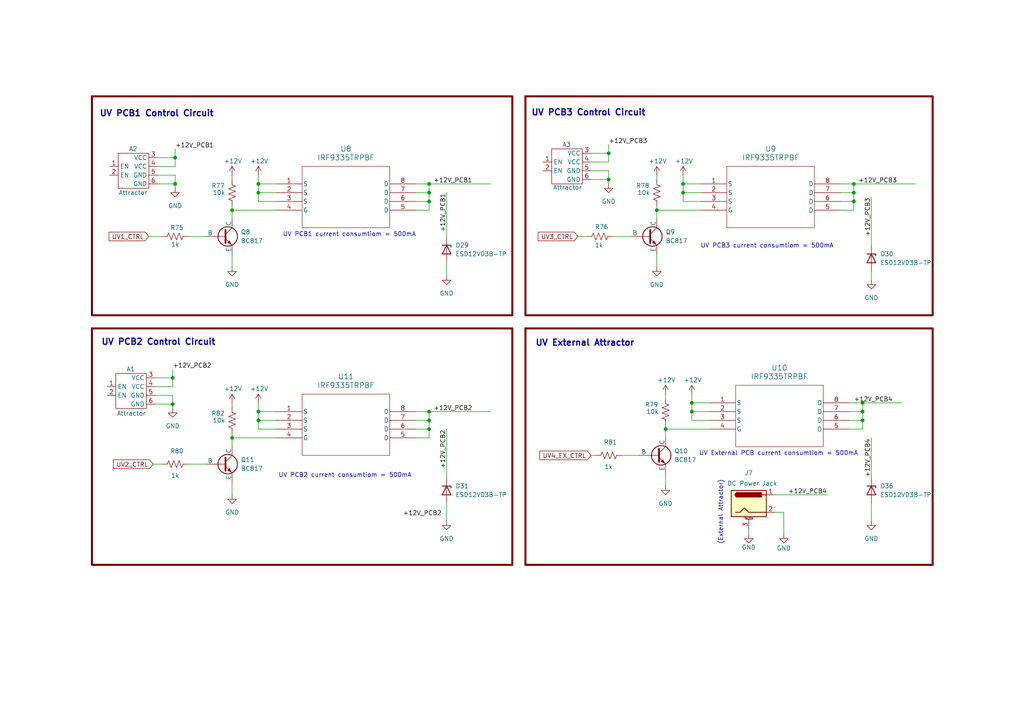
<source format=kicad_sch>
(kicad_sch (version 20250114) (generator "eeschema") (generator_version "9.0")
  (paper "A4")
  (lib_symbols
    (symbol "2025-05-03_11-59-41:IRF9335TRPBF" (pin_names (offset 0.254))
      (property "Reference" "U" (at 20.32 10.16 0))
      (property "Value" "IRF9335TRPBF" (at 20.32 7.62 0))
      (symbol "IRF9335TRPBF_0_1"
        (polyline (pts (xy 7.62 5.08) (xy 7.62 -12.7)) (stroke (width 0.127)))
        (polyline (pts (xy 7.62 -12.7) (xy 33.02 -12.7)) (stroke (width 0.127)))
        (polyline (pts (xy 33.02 5.08) (xy 7.62 5.08)) (stroke (width 0.127)))
        (polyline (pts (xy 33.02 -12.7) (xy 33.02 5.08)) (stroke (width 0.127)))
        (pin unspecified line (at 0 0 0) (length 7.62) (name "S") (number "1"))
        (pin unspecified line (at 0 -2.54 0) (length 7.62) (name "S") (number "2"))
        (pin unspecified line (at 0 -5.08 0) (length 7.62) (name "S") (number "3"))
        (pin unspecified line (at 0 -7.62 0) (length 7.62) (name "G") (number "4"))
        (pin unspecified line (at 40.64 0 180) (length 7.62) (name "D") (number "8"))
        (pin unspecified line (at 40.64 -2.54 180) (length 7.62) (name "D") (number "7"))
        (pin unspecified line (at 40.64 -5.08 180) (length 7.62) (name "D") (number "6"))
        (pin unspecified line (at 40.64 -7.62 180) (length 7.62) (name "D") (number "5"))
      )
    )
    (symbol "BC817:BC817_NPN_BJT" (pin_numbers (hide yes)) (pin_names (offset 0))
      (property "Reference" "Q" (at -2.54 7.62 0))
      (property "Value" "BC817_NPN_BJT" (at -2.54 5.08 0))
      (symbol "BC817_NPN_BJT_0_1"
        (polyline (pts (xy -2.54 0) (xy 0.635 0)) (stroke (width 0.1524)))
        (polyline (pts (xy 0.635 1.905) (xy 0.635 -1.905) (xy 0.635 -1.905)) (stroke (width 0.508)))
        (polyline (pts (xy 0.635 0.635) (xy 2.54 2.54)))
        (polyline (pts (xy 0.635 -0.635) (xy 2.54 -2.54) (xy 2.54 -2.54)))
        (circle (center 1.27 0) (radius 2.8194) (stroke (width 0.254)))
        (polyline (pts (xy 1.27 -1.778) (xy 1.778 -1.27) (xy 2.286 -2.286) (xy 1.27 -1.778) (xy 1.27 -1.778)) (fill (type outline)))
        (polyline (pts (xy 2.794 -1.27) (xy 2.794 -1.27)) (stroke (width 0.1524)))
        (polyline (pts (xy 2.794 -1.27) (xy 2.794 -1.27)) (stroke (width 0.1524)))
      )
      (symbol "BC817_NPN_BJT_1_1"
        (pin input line (at -5.08 0 0) (length 2.54) (name "B") (number "1"))
        (pin open_collector line (at 2.54 5.08 270) (length 2.54) (name "C") (number "3"))
        (pin open_emitter line (at 2.54 -5.08 90) (length 2.54) (name "E") (number "2"))
      )
    )
    (symbol "Connector:Barrel_Jack_MountingPin" (pin_names (hide yes))
      (property "Reference" "J8" (at 0 8.89 0))
      (property "Value" "DC Power Jack" (at 0 6.35 0))
      (symbol "Barrel_Jack_MountingPin_0_1"
        (rectangle (start -5.08 3.81) (end 5.08 -3.81) (stroke (width 0.254)) (fill (type background)))
        (polyline (pts (xy -3.81 -2.54) (xy -2.54 -2.54) (xy -1.27 -1.27) (xy 0 -2.54) (xy 2.54 -2.54) (xy 5.08 -2.54)) (stroke (width 0.254)))
        (arc (start -3.302 1.905) (mid -3.9343 2.54) (end -3.302 3.175) (stroke (width 0.254)))
        (arc (start -3.302 1.905) (mid -3.9343 2.54) (end -3.302 3.175) (stroke (width 0.254)) (fill (type outline)))
        (rectangle (start 3.683 3.175) (end -3.302 1.905) (stroke (width 0.254)) (fill (type outline)))
        (polyline (pts (xy 5.08 2.54) (xy 3.81 2.54)) (stroke (width 0.254)))
      )
      (symbol "Barrel_Jack_MountingPin_1_1"
        (polyline (pts (xy -1.016 -4.572) (xy 1.016 -4.572)) (stroke (width 0.1524)))
        (text "Mounting" (at 0 -4.191 0) (effects (font (size 0.381 0.381))))
        (pin passive line (at 0 -7.62 90) (length 3.048) (name "MountPin") (number "3"))
        (pin passive line (at 7.62 2.54 180) (length 2.54) (name "~") (number "1"))
        (pin passive line (at 7.62 -2.54 180) (length 2.54) (name "~") (number "2"))
      )
    )
    (symbol "Device:R_US" (pin_numbers (hide yes)) (pin_names (offset 0))
      (property "Reference" "R" (at 2.54 0 90))
      (property "Value" "R_US" (at -2.54 0 90))
      (symbol "R_US_0_1"
        (polyline (pts (xy 0 2.286) (xy 0 2.54)))
        (polyline (pts (xy 0 2.286) (xy 1.016 1.905) (xy 0 1.524) (xy -1.016 1.143) (xy 0 0.762)))
        (polyline (pts (xy 0 0.762) (xy 1.016 0.381) (xy 0 0) (xy -1.016 -0.381) (xy 0 -0.762)))
        (polyline (pts (xy 0 -0.762) (xy 1.016 -1.143) (xy 0 -1.524) (xy -1.016 -1.905) (xy 0 -2.286)))
        (polyline (pts (xy 0 -2.286) (xy 0 -2.54)))
      )
      (symbol "R_US_1_1"
        (pin passive line (at 0 3.81 270) (length 1.27) (name "~") (number "1"))
        (pin passive line (at 0 -3.81 90) (length 1.27) (name "~") (number "2"))
      )
    )
    (symbol "Diode:ESD5Zxx" (pin_numbers (hide yes)) (pin_names (hide yes))
      (property "Reference" "D" (at 0 2.54 0))
      (property "Value" "ESD5Zxx" (at 0 -2.54 0))
      (symbol "ESD5Zxx_0_1"
        (polyline (pts (xy -1.27 -1.27) (xy -1.27 1.27) (xy -0.762 1.27)) (stroke (width 0.254)))
        (polyline (pts (xy 1.27 0) (xy -1.27 0)))
        (polyline (pts (xy 1.27 -1.27) (xy 1.27 1.27) (xy -1.27 0) (xy 1.27 -1.27)) (stroke (width 0.254)))
      )
      (symbol "ESD5Zxx_1_1"
        (pin passive line (at -3.81 0 0) (length 2.54) (name "K") (number "1"))
        (pin passive line (at 3.81 0 180) (length 2.54) (name "A") (number "2"))
      )
    )
    (symbol "attractor:Attractor_Module"
      (property "Reference" "A" (at 0.508 1.016 0))
      (symbol "Attractor_Module_0_1"
        (rectangle (start -3.81 0) (end 5.08 -10.16))
        (rectangle (start 0 0) (end 0 0))
      )
      (symbol "Attractor_Module_1_1"
        (pin input line (at -6.35 -3.81 0) (length 2.54) (name "EN") (number "1"))
        (pin input line (at -6.35 -6.35 0) (length 2.54) (name "EN") (number "2"))
        (pin input line (at 7.62 -1.27 180) (length 2.54) (name "VCC") (number "3"))
        (pin input line (at 7.62 -3.81 180) (length 2.54) (name "VCC") (number "4"))
        (pin input line (at 7.62 -6.35 180) (length 2.54) (name "GND") (number "5"))
        (pin input line (at 7.62 -8.89 180) (length 2.54) (name "GND") (number "6"))
      )
    )
    (symbol "power:+12V" (power) (pin_numbers (hide yes)) (pin_names (offset 0) (hide yes))
      (property "Value" "+12V" (at 0 3.556 0))
      (symbol "+12V_0_1"
        (polyline (pts (xy -0.762 1.27) (xy 0 2.54)))
        (polyline (pts (xy 0 2.54) (xy 0.762 1.27)))
        (polyline (pts (xy 0 0) (xy 0 2.54)))
      )
      (symbol "+12V_1_1"
        (pin power_in line (at 0 0 90) (length 0) (name "~") (number "1"))
      )
    )
    (symbol "power:GND" (power) (pin_numbers (hide yes)) (pin_names (offset 0) (hide yes))
      (property "Value" "GND" (at 0 -3.81 0))
      (symbol "GND_0_1"
        (polyline (pts (xy 0 0) (xy 0 -1.27) (xy 1.27 -1.27) (xy 0 -2.54) (xy -1.27 -1.27) (xy 0 -1.27)))
      )
      (symbol "GND_1_1"
        (pin power_in line (at 0 0 270) (length 0) (name "~") (number "1"))
      )
    )
  )
  (rectangle (start 26.67 27.94) (end 148.59 91.44) (stroke (width 0.5842) (color 110 0 0 1)))
  (rectangle (start 152.4 27.94) (end 270.51 91.44) (stroke (width 0.5842) (color 110 0 0 1)))
  (rectangle (start 152.4 95.25) (end 270.51 163.83) (stroke (width 0.5842) (color 110 0 0 1)))
  (rectangle (start 26.67 95.25) (end 148.59 163.83) (stroke (width 0.5842) (color 110 0 0 1)))
  (text "UV External Attractor" (at 169.672 99.568 0) (effects (font (size 1.778 1.778) (thickness 0.3556) (bold yes))))
  (text "(External Attractor)" (at 209.042 148.59 90) (effects (font (size 1.27 1.27))))
  (text "UV PCB1 Control Circuit" (at 45.466 33.02 0) (effects (font (size 1.778 1.778) (thickness 0.3556) (bold yes))))
  (text "UV PCB3 Control Circuit" (at 170.688 32.766 0) (effects (font (size 1.778 1.778) (thickness 0.3556) (bold yes))))
  (text "UV PCB1 current consumtiom = 500mA" (at 101.346 68.072 0) (effects (font (size 1.27 1.27))))
  (text "UV PCB2 current consumtiom = 500mA" (at 100.076 137.922 0) (effects (font (size 1.27 1.27))))
  (text "UV PCB3 current consumtiom = 500mA" (at 222.504 71.374 0) (effects (font (size 1.27 1.27))))
  (text "UV PCB2 Control Circuit" (at 45.974 99.314 0) (effects (font (size 1.778 1.778) (thickness 0.3556) (bold yes))))
  (text "UV External PCB current consumtiom = 500mA" (at 225.806 131.572 0) (effects (font (size 1.27 1.27))))
  (junction (at 250.19 121.92))
  (junction (at 124.46 55.88))
  (junction (at 50.0835 109.5921))
  (junction (at 176.53 52.07))
  (junction (at 190.5 60.96))
  (junction (at 247.65 53.34))
  (junction (at 247.65 58.42))
  (junction (at 74.93 55.88))
  (junction (at 124.46 119.38))
  (junction (at 176.53 44.45))
  (junction (at 193.04 124.46))
  (junction (at 198.12 53.34))
  (junction (at 74.93 53.34))
  (junction (at 124.46 53.34))
  (junction (at 250.19 119.38))
  (junction (at 67.31 60.96))
  (junction (at 74.93 119.38))
  (junction (at 250.19 116.84))
  (junction (at 247.65 55.88))
  (junction (at 124.46 121.92))
  (junction (at 50.8 53.34))
  (junction (at 67.31 127))
  (junction (at 200.66 119.38))
  (junction (at 74.93 121.92))
  (junction (at 50.0835 117.2121))
  (junction (at 200.66 116.84))
  (junction (at 124.46 58.42))
  (junction (at 198.12 55.88))
  (junction (at 124.46 124.46))
  (junction (at 50.8 45.72))
  (wire (pts (xy 190.5 60.96) (xy 190.5 59.69)))
  (wire (pts (xy 67.31 60.96) (xy 67.31 63.5)))
  (wire (pts (xy 50.0835 117.2121) (xy 50.0835 114.6721)))
  (wire (pts (xy 243.84 58.42) (xy 247.65 58.42)))
  (wire (pts (xy 193.04 137.16) (xy 193.04 140.97)))
  (wire (pts (xy 67.31 60.96) (xy 67.31 59.69)))
  (wire (pts (xy 80.01 124.46) (xy 74.93 124.46)))
  (wire (pts (xy 203.2 53.34) (xy 198.12 53.34)))
  (wire (pts (xy 205.74 124.46) (xy 193.04 124.46)))
  (wire (pts (xy 190.5 50.8) (xy 190.5 52.07)))
  (wire (pts (xy 43.18 68.58) (xy 46.99 68.58)))
  (wire (pts (xy 50.0835 107.0521) (xy 50.0835 109.5921)))
  (wire (pts (xy 50.0835 118.4821) (xy 50.0835 117.2121)))
  (wire (pts (xy 224.79 148.59) (xy 227.33 148.59)))
  (wire (pts (xy 67.31 116.84) (xy 67.31 118.11)))
  (wire (pts (xy 224.79 143.51) (xy 240.03 143.51)))
  (wire (pts (xy 124.46 55.88) (xy 124.46 53.34)))
  (wire (pts (xy 243.84 60.96) (xy 247.65 60.96)))
  (wire (pts (xy 246.38 116.84) (xy 250.19 116.84)))
  (wire (pts (xy 193.04 124.46) (xy 193.04 127)))
  (wire (pts (xy 247.65 58.42) (xy 247.65 55.88)))
  (wire (pts (xy 74.93 121.92) (xy 74.93 119.38)))
  (wire (pts (xy 205.74 116.84) (xy 200.66 116.84)))
  (wire (pts (xy 243.84 55.88) (xy 247.65 55.88)))
  (wire (pts (xy 124.46 127) (xy 124.46 124.46)))
  (wire (pts (xy 203.2 60.96) (xy 190.5 60.96)))
  (wire (pts (xy 45.0035 109.5921) (xy 50.0835 109.5921)))
  (wire (pts (xy 45.0035 117.2121) (xy 50.0835 117.2121)))
  (wire (pts (xy 176.53 52.07) (xy 176.53 49.53)))
  (wire (pts (xy 176.53 41.91) (xy 176.53 44.45)))
  (wire (pts (xy 180.34 132.08) (xy 185.42 132.08)))
  (wire (pts (xy 556.26 54.61) (xy 556.26 46.99)))
  (wire (pts (xy 252.73 127) (xy 252.73 138.43)))
  (wire (pts (xy 80.01 121.92) (xy 74.93 121.92)))
  (wire (pts (xy 129.54 68.58) (xy 129.54 55.88)))
  (wire (pts (xy 50.8 54.61) (xy 50.8 53.34)))
  (wire (pts (xy 227.33 154.94) (xy 227.33 148.59)))
  (wire (pts (xy 252.73 57.15) (xy 252.73 71.12)))
  (wire (pts (xy 50.0835 112.1321) (xy 50.0835 109.5921)))
  (wire (pts (xy 45.72 53.34) (xy 50.8 53.34)))
  (wire (pts (xy 67.31 139.7) (xy 67.31 143.51)))
  (wire (pts (xy 120.65 119.38) (xy 124.46 119.38)))
  (wire (pts (xy 80.01 119.38) (xy 74.93 119.38)))
  (wire (pts (xy 203.2 58.42) (xy 198.12 58.42)))
  (wire (pts (xy 120.65 55.88) (xy 124.46 55.88)))
  (wire (pts (xy 80.01 60.96) (xy 67.31 60.96)))
  (wire (pts (xy 171.45 44.45) (xy 176.53 44.45)))
  (wire (pts (xy 80.01 58.42) (xy 74.93 58.42)))
  (wire (pts (xy 45.72 45.72) (xy 50.8 45.72)))
  (wire (pts (xy 44.45 134.62) (xy 46.99 134.62)))
  (wire (pts (xy 203.2 55.88) (xy 198.12 55.88)))
  (wire (pts (xy 74.93 58.42) (xy 74.93 55.88)))
  (wire (pts (xy 247.65 53.34) (xy 265.43 53.34)))
  (wire (pts (xy 177.8 68.58) (xy 182.88 68.58)))
  (wire (pts (xy 74.93 55.88) (xy 74.93 53.34)))
  (wire (pts (xy 50.8 43.18) (xy 50.8 45.72)))
  (wire (pts (xy 246.38 121.92) (xy 250.19 121.92)))
  (wire (pts (xy 252.73 78.74) (xy 252.73 81.28)))
  (wire (pts (xy 50.8 50.8) (xy 45.72 50.8)))
  (wire (pts (xy 120.65 58.42) (xy 124.46 58.42)))
  (wire (pts (xy 190.5 73.66) (xy 190.5 77.47)))
  (wire (pts (xy 74.93 124.46) (xy 74.93 121.92)))
  (wire (pts (xy 124.46 119.38) (xy 142.24 119.38)))
  (wire (pts (xy 120.65 124.46) (xy 124.46 124.46)))
  (wire (pts (xy 124.46 124.46) (xy 124.46 121.92)))
  (wire (pts (xy 200.66 121.92) (xy 200.66 119.38)))
  (wire (pts (xy 176.53 53.34) (xy 176.53 52.07)))
  (wire (pts (xy 200.66 119.38) (xy 200.66 116.84)))
  (wire (pts (xy 198.12 53.34) (xy 198.12 50.8)))
  (wire (pts (xy 54.61 68.58) (xy 59.69 68.58)))
  (wire (pts (xy 50.0835 114.6721) (xy 45.0035 114.6721)))
  (wire (pts (xy 67.31 50.8) (xy 67.31 52.07)))
  (wire (pts (xy 120.65 121.92) (xy 124.46 121.92)))
  (wire (pts (xy 74.93 53.34) (xy 74.93 50.8)))
  (wire (pts (xy 200.66 116.84) (xy 200.66 114.3)))
  (wire (pts (xy 171.45 52.07) (xy 176.53 52.07)))
  (wire (pts (xy 67.31 127) (xy 67.31 129.54)))
  (wire (pts (xy 50.8 53.34) (xy 50.8 50.8)))
  (wire (pts (xy 250.19 119.38) (xy 250.19 116.84)))
  (wire (pts (xy 246.38 119.38) (xy 250.19 119.38)))
  (wire (pts (xy 67.31 127) (xy 67.31 125.73)))
  (wire (pts (xy 129.54 76.2) (xy 129.54 80.01)))
  (wire (pts (xy 243.84 53.34) (xy 247.65 53.34)))
  (wire (pts (xy 205.74 119.38) (xy 200.66 119.38)))
  (wire (pts (xy 80.01 53.34) (xy 74.93 53.34)))
  (wire (pts (xy 198.12 58.42) (xy 198.12 55.88)))
  (wire (pts (xy 129.54 124.46) (xy 129.54 138.43)))
  (wire (pts (xy 252.73 146.05) (xy 252.73 151.13)))
  (wire (pts (xy 120.65 127) (xy 124.46 127)))
  (wire (pts (xy 50.8 48.26) (xy 50.8 45.72)))
  (wire (pts (xy 74.93 119.38) (xy 74.93 116.84)))
  (wire (pts (xy 176.53 46.99) (xy 176.53 44.45)))
  (wire (pts (xy 246.38 124.46) (xy 250.19 124.46)))
  (wire (pts (xy 124.46 60.96) (xy 124.46 58.42)))
  (wire (pts (xy 217.17 154.94) (xy 217.17 153.67)))
  (wire (pts (xy 80.01 55.88) (xy 74.93 55.88)))
  (wire (pts (xy 193.04 114.3) (xy 193.04 115.57)))
  (wire (pts (xy 193.04 124.46) (xy 193.04 123.19)))
  (wire (pts (xy 54.61 134.62) (xy 59.69 134.62)))
  (wire (pts (xy 247.65 60.96) (xy 247.65 58.42)))
  (wire (pts (xy 124.46 121.92) (xy 124.46 119.38)))
  (wire (pts (xy 198.12 55.88) (xy 198.12 53.34)))
  (wire (pts (xy 250.19 124.46) (xy 250.19 121.92)))
  (wire (pts (xy 205.74 121.92) (xy 200.66 121.92)))
  (wire (pts (xy 176.53 49.53) (xy 171.45 49.53)))
  (wire (pts (xy 250.19 121.92) (xy 250.19 119.38)))
  (wire (pts (xy 167.64 68.58) (xy 170.18 68.58)))
  (wire (pts (xy 67.31 73.66) (xy 67.31 77.47)))
  (wire (pts (xy 190.5 60.96) (xy 190.5 63.5)))
  (wire (pts (xy 45.0035 112.1321) (xy 50.0835 112.1321)))
  (wire (pts (xy 124.46 58.42) (xy 124.46 55.88)))
  (wire (pts (xy 45.72 48.26) (xy 50.8 48.26)))
  (wire (pts (xy 120.65 53.34) (xy 124.46 53.34)))
  (wire (pts (xy 247.65 55.88) (xy 247.65 53.34)))
  (wire (pts (xy 129.54 146.05) (xy 129.54 151.13)))
  (wire (pts (xy 80.01 127) (xy 67.31 127)))
  (wire (pts (xy 120.65 60.96) (xy 124.46 60.96)))
  (wire (pts (xy 171.45 132.08) (xy 172.72 132.08)))
  (wire (pts (xy 124.46 53.34) (xy 142.24 53.34)))
  (wire (pts (xy 171.45 46.99) (xy 176.53 46.99)))
  (wire (pts (xy 250.19 116.84) (xy 261.62 116.84)))
  (label "+12V_PCB2" (at 129.54 135.89 90))
  (label "+12V_PCB4" (at 228.6 143.51 0))
  (label "+12V_PCB4" (at 247.65 116.84 0))
  (label "+12V_PCB1" (at 50.8 43.18 0))
  (label "+12V_PCB3" (at 248.92 53.34 0))
  (label "+12V_PCB2" (at 116.84 149.86 0))
  (label "+12V_PCB3" (at 176.53 41.91 0))
  (label "+12V_PCB4" (at 252.73 138.43 90))
  (label "+12V_PCB1" (at 129.54 67.31 90))
  (label "+12V_PCB2" (at 50.0835 107.0521 0))
  (label "+12V_PCB2" (at 125.73 119.38 0))
  (label "+12V_PCB3" (at 252.73 68.58 90))
  (label "+12V_PCB1" (at 125.73 53.34 0))
  (global_label "UV1_CTRL" (shape input) (at 43.18 68.58 180) (property "Intersheetrefs" "${INTERSHEET_REFS}" (effects (hide yes))))
  (global_label "UV4_EX_CTRL" (shape input) (at 171.45 132.08 180) (property "Intersheetrefs" "${INTERSHEET_REFS}" (effects (hide yes))))
  (global_label "UV2_CTRL" (shape input) (at 44.45 134.62 180) (property "Intersheetrefs" "${INTERSHEET_REFS}" (effects (hide yes))))
  (global_label "UV3_CTRL" (shape input) (at 167.64 68.58 180) (property "Intersheetrefs" "${INTERSHEET_REFS}" (effects (hide yes))))
  (symbol (lib_id "2025-05-03_11-59-41:IRF9335TRPBF") (at 203.2 53.34 0) (unit 1)
    (property "Reference" "U9" (at 223.52 43.18 0) (effects (font (size 1.524 1.524))))
    (property "Value" "IRF9335TRPBF" (at 223.52 45.72 0) (effects (font (size 1.524 1.524))))
    (property "Footprint" "Package_SO:SOIC-8_3.9x4.9mm_P1.27mm" (effects (hide yes)))
    (property "Datasheet" "IRF9335TRPBF" (effects (hide yes)))
    (property "Description" "P-Channel 30 V 5.4A (Ta) 2.5W (Ta) Surface Mount 8-SO" (effects (hide yes)))
    (property "LCSC Part no " "C41355033" (effects (hide yes)))
    (property "Digikey Part No" "IRF9335TRPBF" (effects (hide yes)))
  )
  (symbol (lib_id "power:GND") (at 129.54 80.01 0) (unit 1)
    (property "Reference" "#PWR084" (effects (hide yes)))
    (property "Value" "GND" (at 129.54 85.09 0))
    (property "Description" "Power symbol creates a global label with name \"GND\" , ground" (effects (hide yes)))
  )
  (symbol (lib_id "BC817:BC817_NPN_BJT") (at 64.77 68.58 0) (unit 1)
    (property "Reference" "Q8" (at 69.85 67.3099 0) (effects (justify left)))
    (property "Value" "BC817" (at 69.85 69.8499 0) (effects (justify left)))
    (property "Footprint" "Package_TO_SOT_SMD:SOT-23" (effects (hide yes)))
    (property "Datasheet" "https://ngspice.sourceforge.io/docs/ngspice-html-manual/manual.xhtml#cha_BJTs" (effects (hide yes)))
    (property "Description" "Bipolar transistor symbol for simulation only, substrate tied to the emitter" (effects (hide yes)))
    (property "Sim.Device" "NPN" (effects (hide yes)))
    (property "Sim.Type" "GUMMELPOON" (effects (hide yes)))
    (property "Sim.Pins" "1=C 2=B 3=E" (effects (hide yes)))
    (property "LCSC Part no " "C39828" (effects (hide yes)))
  )
  (symbol (lib_id "Device:R_US") (at 190.5 55.88 180) (unit 1)
    (property "Reference" "R78" (at 186.436 53.848 0))
    (property "Value" "10k" (at 186.69 55.88 0))
    (property "Footprint" "Resistor_SMD:R_0805_2012Metric" (effects (hide yes)))
    (property "Description" "125mW Thick Film Resistors 150V ±100ppm/℃ ±1% 10kΩ 0805 Chip Resistor - Surface Mount ROHS" (effects (hide yes)))
    (property "LCSC Part no " "C84376" (effects (hide yes)))
  )
  (symbol (lib_id "power:+12V") (at 200.66 114.3 0) (unit 1)
    (property "Reference" "#PWR075" (effects (hide yes)))
    (property "Value" "+12V" (at 200.914 110.236 0))
    (property "Description" "Power symbol creates a global label with name \"+12V\"" (effects (hide yes)))
  )
  (symbol (lib_id "power:+12V") (at 67.31 116.84 0) (unit 1)
    (property "Reference" "#PWR077" (effects (hide yes)))
    (property "Value" "+12V" (at 67.564 112.776 0))
    (property "Description" "Power symbol creates a global label with name \"+12V\"" (effects (hide yes)))
  )
  (symbol (lib_id "power:GND") (at 190.5 77.47 0) (unit 1)
    (property "Reference" "#PWR073" (effects (hide yes)))
    (property "Value" "GND" (at 190.5 82.55 0))
    (property "Description" "Power symbol creates a global label with name \"GND\" , ground" (effects (hide yes)))
  )
  (symbol (lib_id "power:GND") (at 252.73 81.28 0) (unit 1)
    (property "Reference" "#PWR086" (effects (hide yes)))
    (property "Value" "GND" (at 252.73 86.36 0))
    (property "Description" "Power symbol creates a global label with name \"GND\" , ground" (effects (hide yes)))
  )
  (symbol (lib_id "BC817:BC817_NPN_BJT") (at 64.77 134.62 0) (unit 1)
    (property "Reference" "Q11" (at 69.85 133.3499 0) (effects (justify left)))
    (property "Value" "BC817" (at 69.85 135.8899 0) (effects (justify left)))
    (property "Footprint" "Package_TO_SOT_SMD:SOT-23" (effects (hide yes)))
    (property "Datasheet" "https://ngspice.sourceforge.io/docs/ngspice-html-manual/manual.xhtml#cha_BJTs" (effects (hide yes)))
    (property "Description" "Bipolar transistor symbol for simulation only, substrate tied to the emitter" (effects (hide yes)))
    (property "Sim.Device" "NPN" (effects (hide yes)))
    (property "Sim.Type" "GUMMELPOON" (effects (hide yes)))
    (property "Sim.Pins" "1=C 2=B 3=E" (effects (hide yes)))
    (property "LCSC Part no " "C39828" (effects (hide yes)))
  )
  (symbol (lib_id "power:GND") (at 67.31 77.47 0) (unit 1)
    (property "Reference" "#PWR071" (effects (hide yes)))
    (property "Value" "GND" (at 67.31 82.55 0))
    (property "Description" "Power symbol creates a global label with name \"GND\" , ground" (effects (hide yes)))
  )
  (symbol (lib_id "Diode:ESD5Zxx") (at 129.54 142.24 270) (unit 1)
    (property "Reference" "D31" (at 132.08 140.9699 90) (effects (justify left)))
    (property "Value" "ESD12VD3B-TP" (at 132.08 143.5099 90) (effects (justify left)))
    (property "Footprint" "Diode_SMD:D_SOD-323" (effects (hide yes)))
    (property "Datasheet" "https://www.lcsc.com/datasheet/lcsc_datasheet_2410121813_MCC-Micro-Commercial-Components-ESD12VD3B-TP_C435886.pdf" (effects (hide yes)))
    (property "Description" "15.5V 350W 13.5V 12V SOD-323 ESD and Surge Protection (TVS/ESD) ROHS" (effects (hide yes)))
    (property "LCSC Part no " "C435886" (effects (hide yes)))
  )
  (symbol (lib_id "power:+12V") (at 198.12 50.8 0) (unit 1)
    (property "Reference" "#PWR085" (effects (hide yes)))
    (property "Value" "+12V" (at 198.374 46.736 0))
    (property "Description" "Power symbol creates a global label with name \"+12V\"" (effects (hide yes)))
  )
  (symbol (lib_id "power:+12V") (at 74.93 50.8 0) (unit 1)
    (property "Reference" "#PWR083" (effects (hide yes)))
    (property "Value" "+12V" (at 75.184 46.736 0))
    (property "Description" "Power symbol creates a global label with name \"+12V\"" (effects (hide yes)))
  )
  (symbol (lib_id "Device:R_US") (at 50.8 134.62 270) (unit 1)
    (property "Reference" "R80" (at 51.308 130.81 90))
    (property "Value" "1k" (at 50.8 137.922 90))
    (property "Footprint" "Resistor_SMD:R_0805_2012Metric" (effects (hide yes)))
    (property "Description" "125mW Thick Film Resistors 150V ±100ppm/℃ ±1% 1kΩ 0805 Chip Resistor - Surface Mount ROHS" (effects (hide yes)))
    (property "LCSC Part no " "C95781" (effects (hide yes)))
  )
  (symbol (lib_id "Device:R_US") (at 50.8 68.58 270) (unit 1)
    (property "Reference" "R75" (at 51.308 66.04 90))
    (property "Value" "1k" (at 50.8 70.866 90))
    (property "Footprint" "Resistor_SMD:R_0805_2012Metric" (effects (hide yes)))
    (property "Description" "125mW Thick Film Resistors 150V ±100ppm/℃ ±1% 1kΩ 0805 Chip Resistor - Surface Mount ROHS" (effects (hide yes)))
    (property "LCSC Part no " "C95781" (effects (hide yes)))
  )
  (symbol (lib_id "power:+12V") (at 190.5 50.8 0) (unit 1)
    (property "Reference" "#PWR072" (effects (hide yes)))
    (property "Value" "+12V" (at 190.754 46.736 0))
    (property "Description" "Power symbol creates a global label with name \"+12V\"" (effects (hide yes)))
  )
  (symbol (lib_id "attractor:Attractor_Module") (at 38.1 44.45 0) (unit 1)
    (property "Reference" "A2" (at 38.608 43.18 0))
    (property "Value" "Attractor" (at 38.608 55.88 0))
    (property "Footprint" "Attractor:attractor" (effects (hide yes)))
    (property "LCSC Part no " "C49661" (effects (hide yes)))
  )
  (symbol (lib_id "2025-05-03_11-59-41:IRF9335TRPBF") (at 205.74 116.84 0) (unit 1)
    (property "Reference" "U10" (at 226.06 106.68 0) (effects (font (size 1.524 1.524))))
    (property "Value" "IRF9335TRPBF" (at 226.06 109.22 0) (effects (font (size 1.524 1.524))))
    (property "Footprint" "Package_SO:SOIC-8_3.9x4.9mm_P1.27mm" (effects (hide yes)))
    (property "Datasheet" "IRF9335TRPBF" (effects (hide yes)))
    (property "Description" "P-Channel 30 V 5.4A (Ta) 2.5W (Ta) Surface Mount 8-SO" (effects (hide yes)))
    (property "LCSC Part no " "C41355033" (effects (hide yes)))
    (property "Digikey Part No" "IRF9335TRPBF" (effects (hide yes)))
  )
  (symbol (lib_id "power:GND") (at 217.17 154.94 0) (unit 1)
    (property "Reference" "#PWR0105" (effects (hide yes)))
    (property "Value" "GND" (at 217.17 158.75 0))
    (property "Description" "Power symbol creates a global label with name \"GND\" , ground" (effects (hide yes)))
  )
  (symbol (lib_id "power:GND") (at 129.54 151.13 0) (unit 1)
    (property "Reference" "#PWR081" (effects (hide yes)))
    (property "Value" "GND" (at 129.54 156.21 0))
    (property "Description" "Power symbol creates a global label with name \"GND\" , ground" (effects (hide yes)))
  )
  (symbol (lib_id "power:GND") (at 50.0835 118.4821 0) (unit 1)
    (property "Reference" "#PWR088" (effects (hide yes)))
    (property "Value" "GND" (at 50.0835 123.5621 0))
    (property "Description" "Power symbol creates a global label with name \"GND\" , ground" (effects (hide yes)))
  )
  (symbol (lib_id "Device:R_US") (at 176.53 132.08 270) (unit 1)
    (property "Reference" "R81" (at 177.038 128.27 90))
    (property "Value" "1k" (at 176.53 135.382 90))
    (property "Footprint" "Resistor_SMD:R_0805_2012Metric" (effects (hide yes)))
    (property "Description" "125mW Thick Film Resistors 150V ±100ppm/℃ ±1% 1kΩ 0805 Chip Resistor - Surface Mount ROHS" (effects (hide yes)))
    (property "LCSC Part no " "C95781" (effects (hide yes)))
  )
  (symbol (lib_id "power:GND") (at 50.8 54.61 0) (unit 1)
    (property "Reference" "#PWR076" (effects (hide yes)))
    (property "Value" "GND" (at 50.8 59.69 0))
    (property "Description" "Power symbol creates a global label with name \"GND\" , ground" (effects (hide yes)))
  )
  (symbol (lib_id "BC817:BC817_NPN_BJT") (at 187.96 68.58 0) (unit 1)
    (property "Reference" "Q9" (at 193.04 67.3099 0) (effects (justify left)))
    (property "Value" "BC817" (at 193.04 69.8499 0) (effects (justify left)))
    (property "Footprint" "Package_TO_SOT_SMD:SOT-23" (effects (hide yes)))
    (property "Datasheet" "https://ngspice.sourceforge.io/docs/ngspice-html-manual/manual.xhtml#cha_BJTs" (effects (hide yes)))
    (property "Description" "Bipolar transistor symbol for simulation only, substrate tied to the emitter" (effects (hide yes)))
    (property "Sim.Device" "NPN" (effects (hide yes)))
    (property "Sim.Type" "GUMMELPOON" (effects (hide yes)))
    (property "Sim.Pins" "1=C 2=B 3=E" (effects (hide yes)))
    (property "LCSC Part no " "C39828" (effects (hide yes)))
  )
  (symbol (lib_id "Device:R_US") (at 67.31 121.92 180) (unit 1)
    (property "Reference" "R82" (at 63.246 119.888 0))
    (property "Value" "10k" (at 63.5 121.92 0))
    (property "Footprint" "Resistor_SMD:R_0805_2012Metric" (effects (hide yes)))
    (property "Description" "125mW Thick Film Resistors 150V ±100ppm/℃ ±1% 10kΩ 0805 Chip Resistor - Surface Mount ROHS" (effects (hide yes)))
    (property "LCSC Part no " "C84376" (effects (hide yes)))
  )
  (symbol (lib_id "Diode:ESD5Zxx") (at 252.73 74.93 270) (unit 1)
    (property "Reference" "D30" (at 255.27 73.6599 90) (effects (justify left)))
    (property "Value" "ESD12VD3B-TP" (at 255.27 76.1999 90) (effects (justify left)))
    (property "Footprint" "Diode_SMD:D_SOD-323" (effects (hide yes)))
    (property "Datasheet" "https://www.lcsc.com/datasheet/lcsc_datasheet_2410121813_MCC-Micro-Commercial-Components-ESD12VD3B-TP_C435886.pdf" (effects (hide yes)))
    (property "Description" "15.5V 350W 13.5V 12V SOD-323 ESD and Surge Protection (TVS/ESD) ROHS" (effects (hide yes)))
    (property "LCSC Part no " "C435886" (effects (hide yes)))
  )
  (symbol (lib_id "power:GND") (at 176.53 53.34 0) (unit 1)
    (property "Reference" "#PWR087" (effects (hide yes)))
    (property "Value" "GND" (at 176.53 58.42 0))
    (property "Description" "Power symbol creates a global label with name \"GND\" , ground" (effects (hide yes)))
  )
  (symbol (lib_id "Diode:ESD5Zxx") (at 129.54 72.39 270) (unit 1)
    (property "Reference" "D29" (at 132.08 71.1199 90) (effects (justify left)))
    (property "Value" "ESD12VD3B-TP" (at 132.08 73.6599 90) (effects (justify left)))
    (property "Footprint" "Diode_SMD:D_SOD-323" (effects (hide yes)))
    (property "Datasheet" "https://www.lcsc.com/datasheet/lcsc_datasheet_2410121813_MCC-Micro-Commercial-Components-ESD12VD3B-TP_C435886.pdf" (effects (hide yes)))
    (property "Description" "15.5V 350W 13.5V 12V SOD-323 ESD and Surge Protection (TVS/ESD) ROHS" (effects (hide yes)))
    (property "LCSC Part no " "C435886" (effects (hide yes)))
  )
  (symbol (lib_id "power:GND") (at 193.04 140.97 0) (unit 1)
    (property "Reference" "#PWR079" (effects (hide yes)))
    (property "Value" "GND" (at 193.04 146.05 0))
    (property "Description" "Power symbol creates a global label with name \"GND\" , ground" (effects (hide yes)))
  )
  (symbol (lib_id "power:+12V") (at 74.93 116.84 0) (unit 1)
    (property "Reference" "#PWR080" (effects (hide yes)))
    (property "Value" "+12V" (at 75.184 112.776 0))
    (property "Description" "Power symbol creates a global label with name \"+12V\"" (effects (hide yes)))
  )
  (symbol (lib_id "Device:R_US") (at 193.04 119.38 180) (unit 1)
    (property "Reference" "R79" (at 188.976 117.348 0))
    (property "Value" "10k" (at 189.23 119.38 0))
    (property "Footprint" "Resistor_SMD:R_0805_2012Metric" (effects (hide yes)))
    (property "Description" "125mW Thick Film Resistors 150V ±100ppm/℃ ±1% 10kΩ 0805 Chip Resistor - Surface Mount ROHS" (effects (hide yes)))
    (property "LCSC Part no " "C84376" (effects (hide yes)))
  )
  (symbol (lib_id "power:+12V") (at 193.04 114.3 0) (unit 1)
    (property "Reference" "#PWR074" (effects (hide yes)))
    (property "Value" "+12V" (at 193.294 110.236 0))
    (property "Description" "Power symbol creates a global label with name \"+12V\"" (effects (hide yes)))
  )
  (symbol (lib_id "attractor:Attractor_Module") (at 37.3835 108.3221 0) (unit 1)
    (property "Reference" "A1" (at 37.8915 107.0521 0))
    (property "Value" "Attractor" (at 38.1 119.888 0))
    (property "Footprint" "Attractor:attractor" (effects (hide yes)))
    (property "LCSC Part no " "C49661" (effects (hide yes)))
  )
  (symbol (lib_id "2025-05-03_11-59-41:IRF9335TRPBF") (at 80.01 53.34 0) (unit 1)
    (property "Reference" "U8" (at 100.33 43.18 0) (effects (font (size 1.524 1.524))))
    (property "Value" "IRF9335TRPBF" (at 100.33 45.72 0) (effects (font (size 1.524 1.524))))
    (property "Footprint" "Package_SO:SOIC-8_3.9x4.9mm_P1.27mm" (effects (hide yes)))
    (property "Datasheet" "IRF9335TRPBF" (effects (hide yes)))
    (property "Description" "P-Channel 30 V 5.4A (Ta) 2.5W (Ta) Surface Mount 8-SO" (effects (hide yes)))
    (property "LCSC Part no " "C41355033" (effects (hide yes)))
    (property "Digikey Part No" "IRF9335TRPBF" (effects (hide yes)))
  )
  (symbol (lib_id "BC817:BC817_NPN_BJT") (at 190.5 132.08 0) (unit 1)
    (property "Reference" "Q10" (at 195.58 130.8099 0) (effects (justify left)))
    (property "Value" "BC817" (at 195.58 133.3499 0) (effects (justify left)))
    (property "Footprint" "Package_TO_SOT_SMD:SOT-23" (effects (hide yes)))
    (property "Datasheet" "https://ngspice.sourceforge.io/docs/ngspice-html-manual/manual.xhtml#cha_BJTs" (effects (hide yes)))
    (property "Description" "Bipolar transistor symbol for simulation only, substrate tied to the emitter" (effects (hide yes)))
    (property "Sim.Device" "NPN" (effects (hide yes)))
    (property "Sim.Type" "GUMMELPOON" (effects (hide yes)))
    (property "Sim.Pins" "1=C 2=B 3=E" (effects (hide yes)))
    (property "LCSC Part no " "C39828" (effects (hide yes)))
  )
  (symbol (lib_id "attractor:Attractor_Module") (at 163.83 43.18 0) (unit 1)
    (property "Reference" "A3" (at 164.338 41.91 0))
    (property "Value" "Attractor" (at 164.592 54.356 0))
    (property "Footprint" "Attractor:attractor" (effects (hide yes)))
    (property "LCSC Part no " "C49661" (effects (hide yes)))
  )
  (symbol (lib_id "Diode:ESD5Zxx") (at 252.73 142.24 270) (unit 1)
    (property "Reference" "D36" (at 255.27 140.9699 90) (effects (justify left)))
    (property "Value" "ESD12VD3B-TP" (at 255.27 143.5099 90) (effects (justify left)))
    (property "Footprint" "Diode_SMD:D_SOD-323" (effects (hide yes)))
    (property "Datasheet" "https://www.lcsc.com/datasheet/lcsc_datasheet_2410121813_MCC-Micro-Commercial-Components-ESD12VD3B-TP_C435886.pdf" (effects (hide yes)))
    (property "Description" "15.5V 350W 13.5V 12V SOD-323 ESD and Surge Protection (TVS/ESD) ROHS" (effects (hide yes)))
    (property "LCSC Part no " "C435886" (effects (hide yes)))
  )
  (symbol (lib_id "Device:R_US") (at 173.99 68.58 270) (unit 1)
    (property "Reference" "R76" (at 174.498 65.786 90))
    (property "Value" "1k" (at 173.736 71.12 90))
    (property "Footprint" "Resistor_SMD:R_0805_2012Metric" (effects (hide yes)))
    (property "Description" "125mW Thick Film Resistors 150V ±100ppm/℃ ±1% 1kΩ 0805 Chip Resistor - Surface Mount ROHS" (effects (hide yes)))
    (property "LCSC Part no " "C95781" (effects (hide yes)))
  )
  (symbol (lib_id "power:GND") (at 67.31 143.51 0) (unit 1)
    (property "Reference" "#PWR078" (effects (hide yes)))
    (property "Value" "GND" (at 67.31 148.59 0))
    (property "Description" "Power symbol creates a global label with name \"GND\" , ground" (effects (hide yes)))
  )
  (symbol (lib_id "2025-05-03_11-59-41:IRF9335TRPBF") (at 80.01 119.38 0) (unit 1)
    (property "Reference" "U11" (at 100.33 109.22 0) (effects (font (size 1.524 1.524))))
    (property "Value" "IRF9335TRPBF" (at 100.33 111.76 0) (effects (font (size 1.524 1.524))))
    (property "Footprint" "Package_SO:SOIC-8_3.9x4.9mm_P1.27mm" (effects (hide yes)))
    (property "Datasheet" "IRF9335TRPBF" (effects (hide yes)))
    (property "Description" "P-Channel 30 V 5.4A (Ta) 2.5W (Ta) Surface Mount 8-SO" (effects (hide yes)))
    (property "LCSC Part no " "C41355033" (effects (hide yes)))
    (property "Digikey Part No" "IRF9335TRPBF" (effects (hide yes)))
  )
  (symbol (lib_id "power:GND") (at 252.73 151.13 0) (unit 1)
    (property "Reference" "#PWR082" (effects (hide yes)))
    (property "Value" "GND" (at 252.73 156.21 0))
    (property "Description" "Power symbol creates a global label with name \"GND\" , ground" (effects (hide yes)))
  )
  (symbol (lib_id "power:+12V") (at 67.31 50.8 0) (unit 1)
    (property "Reference" "#PWR070" (effects (hide yes)))
    (property "Value" "+12V" (at 67.564 46.736 0))
    (property "Description" "Power symbol creates a global label with name \"+12V\"" (effects (hide yes)))
  )
  (symbol (lib_id "power:GND") (at 227.33 154.94 0) (unit 1)
    (property "Reference" "#PWR0104" (effects (hide yes)))
    (property "Value" "GND" (at 227.33 159.004 0))
    (property "Description" "Power symbol creates a global label with name \"GND\" , ground" (effects (hide yes)))
  )
  (symbol (lib_id "Connector:Barrel_Jack_MountingPin") (at 217.17 146.05 0) (unit 1)
    (property "Reference" "J7" (at 217.17 137.16 0))
    (property "Value" "DC Power Jack" (at 218.186 140.208 0))
    (property "Footprint" "Connector_BarrelJack:BarrelJack_GCT_DCJ200-10-A_Horizontal" (effects (hide yes)))
    (property "Description" "DC Barrel Jack with a mounting pin" (effects (hide yes)))
    (property "LCSC Part no " "C319099" (effects (hide yes)))
    (property "Digikey Part No" "486-3381-ND" (effects (hide yes)))
  )
  (symbol (lib_id "Device:R_US") (at 67.31 55.88 180) (unit 1)
    (property "Reference" "R77" (at 63.246 53.848 0))
    (property "Value" "10k" (at 63.5 55.88 0))
    (property "Footprint" "Resistor_SMD:R_0805_2012Metric" (effects (hide yes)))
    (property "Description" "125mW Thick Film Resistors 150V ±100ppm/℃ ±1% 10kΩ 0805 Chip Resistor - Surface Mount ROHS" (effects (hide yes)))
    (property "LCSC Part no " "C84376" (effects (hide yes)))
  )
)
</source>
